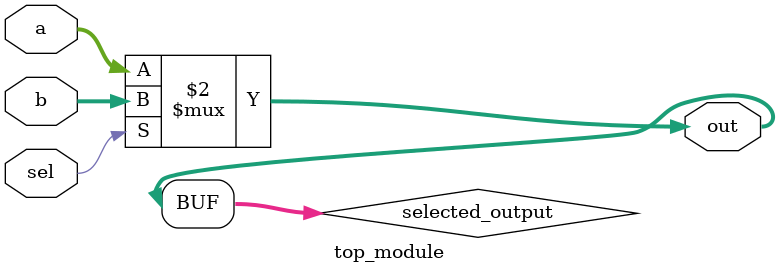
<source format=sv>
module top_module (
	input [99:0] a,
	input [99:0] b,
	input sel,
	output [99:0] out
);
	// Corrected module definition

	// Define internal wire to store selected output
	wire [99:0] selected_output;

	// Multiplexer logic
	assign selected_output = (sel == 1'b0) ? a : b;

	// Assign selected output to output port
	assign out = selected_output;
endmodule

</source>
